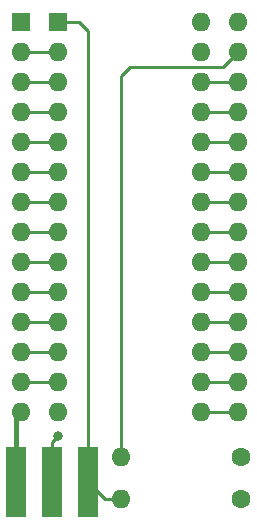
<source format=gtl>
%TF.GenerationSoftware,KiCad,Pcbnew,(5.1.8)-1*%
%TF.CreationDate,2021-04-08T15:32:03+02:00*%
%TF.ProjectId,C64 1541-II ROM Adapter,43363420-3135-4343-912d-494920524f4d,rev?*%
%TF.SameCoordinates,Original*%
%TF.FileFunction,Copper,L1,Top*%
%TF.FilePolarity,Positive*%
%FSLAX46Y46*%
G04 Gerber Fmt 4.6, Leading zero omitted, Abs format (unit mm)*
G04 Created by KiCad (PCBNEW (5.1.8)-1) date 2021-04-08 15:32:03*
%MOMM*%
%LPD*%
G01*
G04 APERTURE LIST*
%TA.AperFunction,ComponentPad*%
%ADD10R,1.600000X1.600000*%
%TD*%
%TA.AperFunction,ComponentPad*%
%ADD11O,1.600000X1.600000*%
%TD*%
%TA.AperFunction,SMDPad,CuDef*%
%ADD12R,1.700000X6.000000*%
%TD*%
%TA.AperFunction,ComponentPad*%
%ADD13C,1.600000*%
%TD*%
%TA.AperFunction,ViaPad*%
%ADD14C,0.800000*%
%TD*%
%TA.AperFunction,Conductor*%
%ADD15C,0.381000*%
%TD*%
%TA.AperFunction,Conductor*%
%ADD16C,0.250000*%
%TD*%
G04 APERTURE END LIST*
D10*
%TO.P,A1,1*%
%TO.N,N/C*%
X102235000Y-62230000D03*
D11*
%TO.P,A1,15*%
%TO.N,/D3*%
X117475000Y-95250000D03*
%TO.P,A1,2*%
%TO.N,/A12*%
X102235000Y-64770000D03*
%TO.P,A1,16*%
%TO.N,/D4*%
X117475000Y-92710000D03*
%TO.P,A1,3*%
%TO.N,/A7*%
X102235000Y-67310000D03*
%TO.P,A1,17*%
%TO.N,/D5*%
X117475000Y-90170000D03*
%TO.P,A1,4*%
%TO.N,/A6*%
X102235000Y-69850000D03*
%TO.P,A1,18*%
%TO.N,/D6*%
X117475000Y-87630000D03*
%TO.P,A1,5*%
%TO.N,/A5*%
X102235000Y-72390000D03*
%TO.P,A1,19*%
%TO.N,/D7*%
X117475000Y-85090000D03*
%TO.P,A1,6*%
%TO.N,/A4*%
X102235000Y-74930000D03*
%TO.P,A1,20*%
%TO.N,/~CE*%
X117475000Y-82550000D03*
%TO.P,A1,7*%
%TO.N,/A3*%
X102235000Y-77470000D03*
%TO.P,A1,21*%
%TO.N,/A10*%
X117475000Y-80010000D03*
%TO.P,A1,8*%
%TO.N,/A2*%
X102235000Y-80010000D03*
%TO.P,A1,22*%
%TO.N,/~OE*%
X117475000Y-77470000D03*
%TO.P,A1,9*%
%TO.N,/A1*%
X102235000Y-82550000D03*
%TO.P,A1,23*%
%TO.N,/A11*%
X117475000Y-74930000D03*
%TO.P,A1,10*%
%TO.N,/A0*%
X102235000Y-85090000D03*
%TO.P,A1,24*%
%TO.N,/A9*%
X117475000Y-72390000D03*
%TO.P,A1,11*%
%TO.N,/D0*%
X102235000Y-87630000D03*
%TO.P,A1,25*%
%TO.N,/A8*%
X117475000Y-69850000D03*
%TO.P,A1,12*%
%TO.N,/D1*%
X102235000Y-90170000D03*
%TO.P,A1,26*%
%TO.N,/A13*%
X117475000Y-67310000D03*
%TO.P,A1,13*%
%TO.N,/D2*%
X102235000Y-92710000D03*
%TO.P,A1,27*%
%TO.N,N/C*%
X117475000Y-64770000D03*
%TO.P,A1,14*%
%TO.N,GND*%
X102235000Y-95250000D03*
%TO.P,A1,28*%
%TO.N,VCC*%
X117475000Y-62230000D03*
%TD*%
D12*
%TO.P,J1,1*%
%TO.N,/A14*%
X104886500Y-101155500D03*
%TD*%
%TO.P,J2,1*%
%TO.N,/A15*%
X107934500Y-101155500D03*
%TD*%
%TO.P,J3,1*%
%TO.N,GND*%
X101838500Y-101155500D03*
%TD*%
D11*
%TO.P,R1,2*%
%TO.N,/A14*%
X110744000Y-99060000D03*
D13*
%TO.P,R1,1*%
%TO.N,VCC*%
X120904000Y-99060000D03*
%TD*%
%TO.P,R2,1*%
%TO.N,VCC*%
X120904000Y-102616000D03*
D11*
%TO.P,R2,2*%
%TO.N,/A15*%
X110744000Y-102616000D03*
%TD*%
D10*
%TO.P,U1,1*%
%TO.N,/A15*%
X105410000Y-62230000D03*
D11*
%TO.P,U1,15*%
%TO.N,/D3*%
X120650000Y-95250000D03*
%TO.P,U1,2*%
%TO.N,/A12*%
X105410000Y-64770000D03*
%TO.P,U1,16*%
%TO.N,/D4*%
X120650000Y-92710000D03*
%TO.P,U1,3*%
%TO.N,/A7*%
X105410000Y-67310000D03*
%TO.P,U1,17*%
%TO.N,/D5*%
X120650000Y-90170000D03*
%TO.P,U1,4*%
%TO.N,/A6*%
X105410000Y-69850000D03*
%TO.P,U1,18*%
%TO.N,/D6*%
X120650000Y-87630000D03*
%TO.P,U1,5*%
%TO.N,/A5*%
X105410000Y-72390000D03*
%TO.P,U1,19*%
%TO.N,/D7*%
X120650000Y-85090000D03*
%TO.P,U1,6*%
%TO.N,/A4*%
X105410000Y-74930000D03*
%TO.P,U1,20*%
%TO.N,/~CE*%
X120650000Y-82550000D03*
%TO.P,U1,7*%
%TO.N,/A3*%
X105410000Y-77470000D03*
%TO.P,U1,21*%
%TO.N,/A10*%
X120650000Y-80010000D03*
%TO.P,U1,8*%
%TO.N,/A2*%
X105410000Y-80010000D03*
%TO.P,U1,22*%
%TO.N,/~OE*%
X120650000Y-77470000D03*
%TO.P,U1,9*%
%TO.N,/A1*%
X105410000Y-82550000D03*
%TO.P,U1,23*%
%TO.N,/A11*%
X120650000Y-74930000D03*
%TO.P,U1,10*%
%TO.N,/A0*%
X105410000Y-85090000D03*
%TO.P,U1,24*%
%TO.N,/A9*%
X120650000Y-72390000D03*
%TO.P,U1,11*%
%TO.N,/D0*%
X105410000Y-87630000D03*
%TO.P,U1,25*%
%TO.N,/A8*%
X120650000Y-69850000D03*
%TO.P,U1,12*%
%TO.N,/D1*%
X105410000Y-90170000D03*
%TO.P,U1,26*%
%TO.N,/A13*%
X120650000Y-67310000D03*
%TO.P,U1,13*%
%TO.N,/D2*%
X105410000Y-92710000D03*
%TO.P,U1,27*%
%TO.N,/A14*%
X120650000Y-64770000D03*
%TO.P,U1,14*%
%TO.N,GND*%
X105410000Y-95250000D03*
%TO.P,U1,28*%
%TO.N,VCC*%
X120650000Y-62230000D03*
%TD*%
D14*
%TO.N,/A14*%
X105410000Y-97282000D03*
%TD*%
D15*
%TO.N,GND*%
X101838500Y-95646500D02*
X102235000Y-95250000D01*
X101838500Y-101155500D02*
X101838500Y-95646500D01*
D16*
%TO.N,/D3*%
X120650000Y-95250000D02*
X117475000Y-95250000D01*
%TO.N,/D4*%
X117475000Y-92710000D02*
X120650000Y-92710000D01*
%TO.N,/D5*%
X120650000Y-90170000D02*
X117475000Y-90170000D01*
%TO.N,/A0*%
X102235000Y-85090000D02*
X105410000Y-85090000D01*
%TO.N,/D6*%
X117475000Y-87630000D02*
X120650000Y-87630000D01*
%TO.N,/D0*%
X105410000Y-87630000D02*
X102235000Y-87630000D01*
%TO.N,/D7*%
X120650000Y-85090000D02*
X117475000Y-85090000D01*
%TO.N,/D1*%
X102235000Y-90170000D02*
X105410000Y-90170000D01*
%TO.N,/~CE*%
X117475000Y-82550000D02*
X120650000Y-82550000D01*
%TO.N,/D2*%
X105410000Y-92710000D02*
X102235000Y-92710000D01*
%TO.N,/A10*%
X120650000Y-80010000D02*
X117475000Y-80010000D01*
%TO.N,/~OE*%
X117475000Y-77470000D02*
X120650000Y-77470000D01*
%TO.N,/A11*%
X120650000Y-74930000D02*
X117475000Y-74930000D01*
%TO.N,/A9*%
X117475000Y-72390000D02*
X120650000Y-72390000D01*
%TO.N,/A8*%
X120650000Y-69850000D02*
X117475000Y-69850000D01*
%TO.N,/A13*%
X117475000Y-67310000D02*
X120650000Y-67310000D01*
%TO.N,/A12*%
X105410000Y-64770000D02*
X102235000Y-64770000D01*
%TO.N,/A7*%
X102235000Y-67310000D02*
X105410000Y-67310000D01*
%TO.N,/A6*%
X105410000Y-69850000D02*
X102235000Y-69850000D01*
%TO.N,/A5*%
X102235000Y-72390000D02*
X105410000Y-72390000D01*
%TO.N,/A4*%
X105410000Y-74930000D02*
X102235000Y-74930000D01*
%TO.N,/A3*%
X102235000Y-77470000D02*
X105410000Y-77470000D01*
%TO.N,/A2*%
X105410000Y-80010000D02*
X102235000Y-80010000D01*
%TO.N,/A1*%
X102235000Y-82550000D02*
X105410000Y-82550000D01*
%TO.N,/A14*%
X104886500Y-97805500D02*
X105410000Y-97282000D01*
X104886500Y-101155500D02*
X104886500Y-97805500D01*
X119380000Y-66040000D02*
X120650000Y-64770000D01*
X111506000Y-66040000D02*
X119380000Y-66040000D01*
X110744000Y-66802000D02*
X111506000Y-66040000D01*
X110744000Y-99060000D02*
X110744000Y-66802000D01*
%TO.N,/A15*%
X109395000Y-102616000D02*
X107934500Y-101155500D01*
X110744000Y-102616000D02*
X109395000Y-102616000D01*
X107934500Y-101155500D02*
X107934500Y-62976500D01*
X107188000Y-62230000D02*
X105410000Y-62230000D01*
X107934500Y-62976500D02*
X107188000Y-62230000D01*
%TD*%
M02*

</source>
